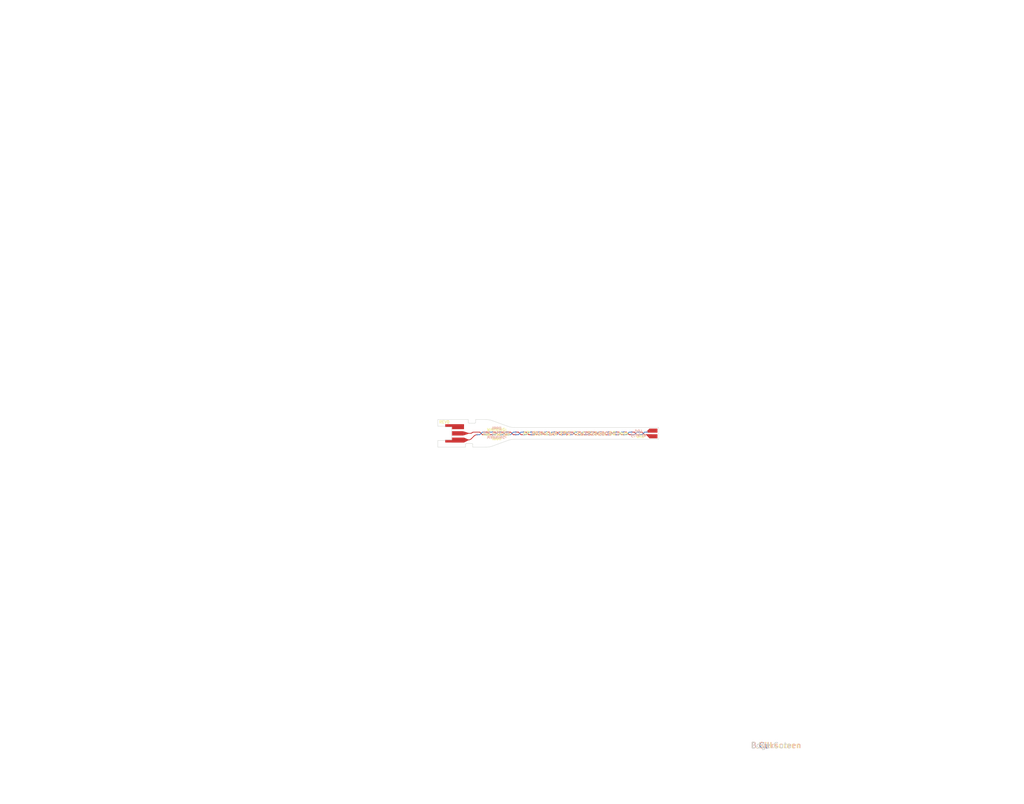
<source format=kicad_pcb>
(kicad_pcb (version 20240108) (generator "pcbnew") (generator_version "8.0")
  (title_block (title "Layout") (rev "0") (company "CREngineering"))
  (layers (0 "F.Cu" signal) (31 "B.Cu" signal) (34 "B.Paste" user) (35 "F.Paste" user) (36 "B.SilkS" user "B.Silkscreen") (37 "F.SilkS" user "F.Silkscreen") (38 "B.Mask" user) (39 "F.Mask" user) (44 "Edge.Cuts" user))
  (property "ADDRESS1" "Dorfstrasse 27A")
  (property "ADDRESS2" "Grabs 9472")
  (property "ADDRESS3" "Switzerland")
  (property "DRAWNBY" "Enrique Corpa")
  (property "DRAWNBY2" "Fabio Posser")
  (property "PROJECTID" "EP20240606-1")
  (property "PROJECTSTATUS" "Prototype")
  (property "PROJECTSTATUSDATE" "17.01.2025")
  (property "PROJECTTITLE" "AP Standard FPC Test Fixture 60 mm")
  (property "RELEASEBY" "")
  (property "RELEASEBY2" "")
  (property "RELEASEDATE" "")
  (property "REVIEWBY" "Fabio Posser")
  (property "REVIEWBY2" "")
  (property "REVIEWDATE" "")
  (property "VARIANTNAME" "Standard")
  (net 0 "")
  (net 1 "/SIGNAL")
  (net 2 "/GND")
  (footprint "EP_Prototypes:MOLEX-734150991" (layer "F.Cu") (at 130.81 100.25)
    (property "Reference" "J101" (hide yes))
    (property "Value" "734150991" (hide yes))
    (fp_line (start -0.01 -1.75) (end -1.81 -1.75) (stroke (width 0.1)) (layer "Edge.Cuts"))
    (fp_line (start -0.01 -1.75) (end -0.01 1.75) (stroke (width 0.1)) (layer "Edge.Cuts"))
    (fp_line (start -0.01 1.75) (end -1.81 1.75) (stroke (width 0.1)) (layer "Edge.Cuts"))
    (pad "1" smd rect (at 1.54 0) (size 3.1 1.16) (layers "F.Cu" "F.Paste" "F.Mask") (net 1 "/SIGNAL"))
    (pad "2" smd custom (at 1.645 -1.825) (size 3.31 1.35) (layers "F.Cu" "F.Paste" "F.Mask") (net 2 "/GND") (options (clearance outline) (anchor rect)) (primitives (gr_rect (start -3.455 -0.675) (end -1.645 0.085) (width 0) (fill yes))))
    (pad "2" smd custom (at 1.645 1.825) (size 3.31 1.35) (layers "F.Cu" "F.Paste" "F.Mask") (net 2 "/GND") (options (clearance outline) (anchor rect)) (primitives (gr_rect (start -3.455 -0.085) (end -1.645 0.665) (width 0) (fill yes))))
  )
  (gr_poly (pts (xy 134.11 102.75) (xy 135.35 102.1) (xy 135.35 101.95) (xy 134.11 101.4)) (fill solid) (layer "F.Cu") (net 2))
  (gr_poly (pts (xy 184.5 101.6) (xy 183.7 100.7) (xy 183.7 100.5) (xy 184.5 100.5)) (fill solid) (layer "F.Cu") (net 2))
  (gr_poly (pts (xy 184.5 98.95) (xy 183.7 99.8) (xy 183.7 100.05) (xy 184.5 100.05)) (fill solid) (layer "F.Cu") (net 1))
  (gr_rect (start 184.5 100.5) (end 186.7 101.6) (fill solid) (layer "F.Cu") (net 2))
  (gr_rect (start 184.5 98.95) (end 186.7 100.05) (fill solid) (layer "F.Cu") (net 1))
  (gr_poly (pts (xy 135.35 100.35) (xy 133.9 100.83) (xy 133.9 99.67) (xy 135.35 100.15)) (fill solid) (layer "F.Cu") (net 1))
  (gr_line (start 134.75 103) (end 136.25 103) (stroke (width 0.1)) (layer "Edge.Cuts"))
  (gr_line (start 137.25 96.5) (end 137.25 97.25) (stroke (width 0.1)) (layer "Edge.Cuts"))
  (gr_line (start 141.829283 96.802197) (end 146.070717 98.347804) (stroke (width 0.1)) (layer "Edge.Cuts"))
  (gr_arc (start 141.829283 103.697804) (mid 140.986561 103.923871) (end 140.117372 104) (stroke (width 0.1)) (layer "Edge.Cuts"))
  (gr_arc (start 146.070717 102.152197) (mid 146.913439 101.926131) (end 147.782628 101.85) (stroke (width 0.1)) (layer "Edge.Cuts"))
  (gr_line (start 134.5 104) (end 127 104) (stroke (width 0.1)) (layer "Edge.Cuts"))
  (gr_line (start 134.5 103.25) (end 134.5 104) (stroke (width 0.1)) (layer "Edge.Cuts"))
  (gr_line (start 147.782628 101.85) (end 187 101.85) (stroke (width 0.1)) (layer "Edge.Cuts"))
  (gr_line (start 135.5 97.5) (end 137 97.5) (stroke (width 0.1)) (layer "Edge.Cuts"))
  (gr_line (start 141.829283 103.697804) (end 146.070717 102.152197) (stroke (width 0.1)) (layer "Edge.Cuts"))
  (gr_line (start 136.5 104) (end 140.117372 104) (stroke (width 0.1)) (layer "Edge.Cuts"))
  (gr_line (start 128.8 102.2) (end 127 102.2) (stroke (width 0.1)) (layer "Edge.Cuts"))
  (gr_line (start 137.25 96.5) (end 140.117372 96.5) (stroke (width 0.1)) (layer "Edge.Cuts"))
  (gr_line (start 147.782628 98.65) (end 187 98.65) (stroke (width 0.1)) (layer "Edge.Cuts"))
  (gr_line (start 128.8 98.3) (end 127 98.3) (stroke (width 0.1)) (layer "Edge.Cuts"))
  (gr_arc (start 147.782628 98.65) (mid 146.913438 98.573872) (end 146.070717 98.347804) (stroke (width 0.1)) (layer "Edge.Cuts"))
  (gr_line (start 127 98.3) (end 127 96.5) (stroke (width 0.1)) (layer "Edge.Cuts"))
  (gr_line (start 127 102.2) (end 127 104) (stroke (width 0.1)) (layer "Edge.Cuts"))
  (gr_arc (start 134.5 103.25) (mid 134.573223 103.073223) (end 134.75 103) (stroke (width 0.1)) (layer "Edge.Cuts"))
  (gr_line (start 127 96.5) (end 135.25 96.5) (stroke (width 0.1)) (layer "Edge.Cuts"))
  (gr_arc (start 140.117372 96.5) (mid 140.986562 96.576128) (end 141.829283 96.802197) (stroke (width 0.1)) (layer "Edge.Cuts"))
  (gr_arc (start 136.25 103) (mid 136.426777 103.073223) (end 136.5 103.25) (stroke (width 0.1)) (layer "Edge.Cuts"))
  (gr_line (start 136.5 103.25) (end 136.5 104) (stroke (width 0.1)) (layer "Edge.Cuts"))
  (gr_line (start 129 98.5) (end 128.8 98.3) (stroke (width 0.1)) (layer "Edge.Cuts"))
  (gr_line (start 135.25 96.5) (end 135.25 97.25) (stroke (width 0.1)) (layer "Edge.Cuts"))
  (gr_arc (start 137.25 97.25) (mid 137.176777 97.426777) (end 137 97.5) (stroke (width 0.1)) (layer "Edge.Cuts"))
  (gr_line (start 187 98.65) (end 187 101.85) (stroke (width 0.1)) (layer "Edge.Cuts"))
  (gr_line (start 129 102) (end 128.8 102.2) (stroke (width 0.1)) (layer "Edge.Cuts"))
  (gr_arc (start 135.5 97.5) (mid 135.323223 97.426777) (end 135.25 97.25) (stroke (width 0.1)) (layer "Edge.Cuts"))
  (gr_text "${LAYER}" (at 212 186 0) (layer "F.Cu") (effects (font (size 1.5 1.5) (thickness 0.2)) (justify left bottom)))
  (gr_text "${LAYER}" (at 212 186 0) (layer "B.Cu") (effects (font (size 1.5 1.5) (thickness 0.2)) (justify left bottom)))
  (gr_text "Euler Precision ${PROJECTID}" (at 164.5 100.25 180) (layer "B.SilkS") (effects (font (size 1 1) (thickness 0.2) (bold yes)) (justify mirror)))
  (gr_text "${LAYER}" (at 212 186 0) (layer "B.SilkS") (effects (font (size 1.5 1.5) (thickness 0.2)) (justify left bottom)))
  (gr_text "${PROJECTTITLE}" (at 164.5 100.25 0) (layer "F.SilkS") (effects (font (size 1 1) (thickness 0.2) (bold yes))))
  (gr_text "GND" (at 180.85 101.5 0) (layer "F.SilkS") (effects (font (size 0.75 0.75) (thickness 0.16) (bold yes)) (justify left bottom)))
  (gr_text "REV${REVISION}" (at 127.25 97.6 0) (layer "F.SilkS") (effects (font (size 0.75 0.75) (thickness 0.16) (bold yes)) (justify left bottom)))
  (gr_text "${LAYER}" (at 212 186 0) (layer "F.SilkS") (effects (font (size 1.5 1.5) (thickness 0.2)) (justify left bottom)))
  (gr_text "${LAYER}" (at 212 186 0) (layer "Edge.Cuts") (effects (font (size 1.5 1.5) (thickness 0.2)) (justify left bottom)))
  (gr_text_box "Glue to DUT" (start 178.675 98.75) (end 184.425 101.85) (angle 180) (layer "B.SilkS") (effects (font (size 0.75 0.75) (thickness 0.16) (bold yes)) (justify top mirror)) (border no) (stroke (width 0.1)))
  (gr_text_box "WARNING:\nUse insertion tool!" (start 138.5 97.75) (end 147.5 102.25) (angle 180) (layer "B.SilkS") (effects (font (size 0.75 0.75) (thickness 0.16) (bold yes)) (justify top mirror)) (border no))
  (gr_text_box "WARNING:\nUse insertion tool!" (start 138.5 98.25) (end 147.5 102.75) (layer "F.SilkS") (effects (font (size 0.75 0.75) (thickness 0.16) (bold yes)) (justify top)) (border no))
  (segment (start 167.8 99.9) (end 168.5 100.6) (width 0.2) (layer "F.Cu") (net 1))
  (segment (start 138.4 99.9) (end 139.1 100.6) (width 0.2) (layer "F.Cu") (net 1))
  (segment (start 163.6 99.9) (end 164.3 100.6) (width 0.2) (layer "F.Cu") (net 1))
  (segment (start 146.1 99.9) (end 146.8 99.9) (width 0.2) (layer "F.Cu") (net 1))
  (segment (start 175.5 99.9) (end 176.2 99.9) (width 0.2) (layer "F.Cu") (net 1))
  (segment (start 168.5 100.6) (end 169.2 100.6) (width 0.2) (layer "F.Cu") (net 1))
  (segment (start 160.1 100.6) (end 160.8 100.6) (width 0.2) (layer "F.Cu") (net 1))
  (segment (start 159.4 99.9) (end 160.1 100.6) (width 0.2) (layer "F.Cu") (net 1))
  (segment (start 132.35 100.25) (end 135.922893 100.25) (width 0.2) (layer "F.Cu") (net 1))
  (segment (start 167.1 99.9) (end 167.8 99.9) (width 0.2) (layer "F.Cu") (net 1))
  (segment (start 146.8 99.9) (end 147.5 100.6) (width 0.2) (layer "F.Cu") (net 1))
  (segment (start 172.7 100.6) (end 173.4 100.6) (width 0.2) (layer "F.Cu") (net 1))
  (segment (start 142.6 99.9) (end 143.3 100.6) (width 0.2) (layer "F.Cu") (net 1))
  (segment (start 172 99.9) (end 172.7 100.6) (width 0.2) (layer "F.Cu") (net 1))
  (segment (start 155.2 99.9) (end 155.9 100.6) (width 0.2) (layer "F.Cu") (net 1))
  (segment (start 155.9 100.6) (end 156.6 100.6) (width 0.2) (layer "F.Cu") (net 1))
  (segment (start 141.9 99.9) (end 142.6 99.9) (width 0.2) (layer "F.Cu") (net 1))
  (segment (start 171.3 99.9) (end 172 99.9) (width 0.2) (layer "F.Cu") (net 1))
  (segment (start 143.3 100.6) (end 144 100.6) (width 0.2) (layer "F.Cu") (net 1))
  (segment (start 181.1 100.6) (end 181.8 100.6) (width 0.2) (layer "F.Cu") (net 1))
  (segment (start 176.2 99.9) (end 176.9 100.6) (width 0.2) (layer "F.Cu") (net 1))
  (segment (start 164.3 100.6) (end 165 100.6) (width 0.2) (layer "F.Cu") (net 1))
  (segment (start 162.9 99.9) (end 163.6 99.9) (width 0.2) (layer "F.Cu") (net 1))
  (segment (start 151.7 100.6) (end 152.4 100.6) (width 0.2) (layer "F.Cu") (net 1))
  (segment (start 136.276446 100.103554) (end 136.333553 100.046447) (width 0.2) (layer "F.Cu") (net 1))
  (segment (start 147.5 100.6) (end 148.2 100.6) (width 0.2) (layer "F.Cu") (net 1))
  (segment (start 139.1 100.6) (end 139.8 100.6) (width 0.2) (layer "F.Cu") (net 1))
  (segment (start 154.5 99.9) (end 155.2 99.9) (width 0.2) (layer "F.Cu") (net 1))
  (segment (start 138.398748 99.901252) (end 138.4 99.9) (width 0.2) (layer "F.Cu") (net 1))
  (segment (start 136.621445 99.901252) (end 138.398748 99.901252) (width 0.2) (layer "F.Cu") (net 1))
  (segment (start 151 99.9) (end 151.7 100.6) (width 0.2) (layer "F.Cu") (net 1))
  (segment (start 180.4 99.9) (end 181.1 100.6) (width 0.2) (layer "F.Cu") (net 1))
  (segment (start 158.7 99.9) (end 159.4 99.9) (width 0.2) (layer "F.Cu") (net 1))
  (segment (start 179.7 99.9) (end 180.4 99.9) (width 0.2) (layer "F.Cu") (net 1))
  (segment (start 150.3 99.9) (end 151 99.9) (width 0.2) (layer "F.Cu") (net 1))
  (segment (start 176.9 100.6) (end 177.6 100.6) (width 0.2) (layer "F.Cu") (net 1))
  (via (at 162.9 99.9) (size 0.4) (drill 0.2) (layers "F.Cu" "B.Cu") (net 1))
  (via (at 181.8 100.6) (size 0.4) (drill 0.2) (layers "F.Cu" "B.Cu") (net 1))
  (via (at 171.3 99.9) (size 0.4) (drill 0.2) (layers "F.Cu" "B.Cu") (net 1))
  (via (at 169.2 100.6) (size 0.4) (drill 0.2) (layers "F.Cu" "B.Cu") (net 1))
  (via (at 165 100.6) (size 0.4) (drill 0.2) (layers "F.Cu" "B.Cu") (net 1))
  (via (at 156.6 100.6) (size 0.4) (drill 0.2) (layers "F.Cu" "B.Cu") (net 1))
  (via (at 179.7 99.9) (size 0.4) (drill 0.2) (layers "F.Cu" "B.Cu") (net 1))
  (via (at 173.4 100.6) (size 0.4) (drill 0.2) (layers "F.Cu" "B.Cu") (net 1))
  (via (at 183.9 99.9) (size 0.4) (drill 0.2) (layers "F.Cu" "B.Cu") (net 1))
  (via (at 160.8 100.6) (size 0.4) (drill 0.2) (layers "F.Cu" "B.Cu") (net 1))
  (via (at 141.9 99.9) (size 0.4) (drill 0.2) (layers "F.Cu" "B.Cu") (net 1))
  (via (at 167.1 99.9) (size 0.4) (drill 0.2) (layers "F.Cu" "B.Cu") (net 1))
  (via (at 146.1 99.9) (size 0.4) (drill 0.2) (layers "F.Cu" "B.Cu") (net 1))
  (via (at 150.3 99.9) (size 0.4) (drill 0.2) (layers "F.Cu" "B.Cu") (net 1))
  (via (at 158.7 99.9) (size 0.4) (drill 0.2) (layers "F.Cu" "B.Cu") (net 1))
  (via (at 139.8 100.6) (size 0.4) (drill 0.2) (layers "F.Cu" "B.Cu") (net 1))
  (via (at 175.5 99.9) (size 0.4) (drill 0.2) (layers "F.Cu" "B.Cu") (net 1))
  (via (at 154.5 99.9) (size 0.4) (drill 0.2) (layers "F.Cu" "B.Cu") (net 1))
  (via (at 144 100.6) (size 0.4) (drill 0.2) (layers "F.Cu" "B.Cu") (net 1))
  (via (at 152.4 100.6) (size 0.4) (drill 0.2) (layers "F.Cu" "B.Cu") (net 1))
  (via (at 177.6 100.6) (size 0.4) (drill 0.2) (layers "F.Cu" "B.Cu") (net 1))
  (via (at 148.2 100.6) (size 0.4) (drill 0.2) (layers "F.Cu" "B.Cu") (net 1))
  (arc (start 135.922893 100.25) (mid 136.114234 100.21194) (end 136.276446 100.103554) (width 0.2) (layer "F.Cu") (net 1))
  (arc (start 136.333553 100.046447) (mid 136.465963 99.951566) (end 136.621445 99.901252) (width 0.2) (layer "F.Cu") (net 1))
  (segment (start 144 100.6) (end 144.7 100.6) (width 0.2) (layer "B.Cu") (net 1))
  (segment (start 165 100.6) (end 165.7 100.6) (width 0.2) (layer "B.Cu") (net 1))
  (segment (start 158 99.9) (end 158.7 99.9) (width 0.2) (layer "B.Cu") (net 1))
  (segment (start 169.9 100.6) (end 170.6 99.9) (width 0.2) (layer "B.Cu") (net 1))
  (segment (start 166.4 99.9) (end 167.1 99.9) (width 0.2) (layer "B.Cu") (net 1))
  (segment (start 178.3 100.6) (end 179 99.9) (width 0.2) (layer "B.Cu") (net 1))
  (segment (start 141.2 99.9) (end 141.9 99.9) (width 0.2) (layer "B.Cu") (net 1))
  (segment (start 139.8 100.6) (end 140.5 100.6) (width 0.2) (layer "B.Cu") (net 1))
  (segment (start 156.6 100.6) (end 157.3 100.6) (width 0.2) (layer "B.Cu") (net 1))
  (segment (start 145.4 99.9) (end 146.1 99.9) (width 0.2) (layer "B.Cu") (net 1))
  (segment (start 169.2 100.6) (end 169.9 100.6) (width 0.2) (layer "B.Cu") (net 1))
  (segment (start 152.4 100.6) (end 153.1 100.6) (width 0.2) (layer "B.Cu") (net 1))
  (segment (start 174.1 100.6) (end 174.8 99.9) (width 0.2) (layer "B.Cu") (net 1))
  (segment (start 148.9 100.6) (end 149.6 99.9) (width 0.2) (layer "B.Cu") (net 1))
  (segment (start 162.2 99.9) (end 162.9 99.9) (width 0.2) (layer "B.Cu") (net 1))
  (segment (start 177.6 100.6) (end 178.3 100.6) (width 0.2) (layer "B.Cu") (net 1))
  (segment (start 157.3 100.6) (end 158 99.9) (width 0.2) (layer "B.Cu") (net 1))
  (segment (start 153.1 100.6) (end 153.8 99.9) (width 0.2) (layer "B.Cu") (net 1))
  (segment (start 173.4 100.6) (end 174.1 100.6) (width 0.2) (layer "B.Cu") (net 1))
  (segment (start 153.8 99.9) (end 154.5 99.9) (width 0.2) (layer "B.Cu") (net 1))
  (segment (start 149.6 99.9) (end 150.3 99.9) (width 0.2) (layer "B.Cu") (net 1))
  (segment (start 170.6 99.9) (end 171.3 99.9) (width 0.2) (layer "B.Cu") (net 1))
  (segment (start 148.2 100.6) (end 148.9 100.6) (width 0.2) (layer "B.Cu") (net 1))
  (segment (start 174.8 99.9) (end 175.5 99.9) (width 0.2) (layer "B.Cu") (net 1))
  (segment (start 183.2 99.9) (end 183.9 99.9) (width 0.2) (layer "B.Cu") (net 1))
  (segment (start 181.8 100.6) (end 182.5 100.6) (width 0.2) (layer "B.Cu") (net 1))
  (segment (start 182.5 100.6) (end 183.2 99.9) (width 0.2) (layer "B.Cu") (net 1))
  (segment (start 161.5 100.6) (end 162.2 99.9) (width 0.2) (layer "B.Cu") (net 1))
  (segment (start 160.8 100.6) (end 161.5 100.6) (width 0.2) (layer "B.Cu") (net 1))
  (segment (start 179 99.9) (end 179.7 99.9) (width 0.2) (layer "B.Cu") (net 1))
  (segment (start 144.7 100.6) (end 145.4 99.9) (width 0.2) (layer "B.Cu") (net 1))
  (segment (start 140.5 100.6) (end 141.2 99.9) (width 0.2) (layer "B.Cu") (net 1))
  (segment (start 165.7 100.6) (end 166.4 99.9) (width 0.2) (layer "B.Cu") (net 1))
  (segment (start 153.1 99.9) (end 153.8 100.6) (width 0.2) (layer "F.Cu") (net 2))
  (segment (start 132.25 102.03) (end 133.32 102.03) (width 0.2) (layer "F.Cu") (net 2))
  (segment (start 178.3 99.9) (end 179 100.6) (width 0.2) (layer "F.Cu") (net 2))
  (segment (start 157.3 99.9) (end 158 100.6) (width 0.2) (layer "F.Cu") (net 2))
  (segment (start 162.2 100.6) (end 162.9 100.6) (width 0.2) (layer "F.Cu") (net 2))
  (segment (start 174.8 100.6) (end 175.5 100.6) (width 0.2) (layer "F.Cu") (net 2))
  (segment (start 174.1 99.9) (end 174.8 100.6) (width 0.2) (layer "F.Cu") (net 2))
  (segment (start 149.6 100.6) (end 150.3 100.6) (width 0.2) (layer "F.Cu") (net 2))
  (segment (start 148.2 99.9) (end 148.9 99.9) (width 0.2) (layer "F.Cu") (net 2))
  (segment (start 185.1 100.6) (end 183.2 100.6) (width 0.2) (layer "F.Cu") (net 2))
  (segment (start 169.2 99.9) (end 169.9 99.9) (width 0.2) (layer "F.Cu") (net 2))
  (segment (start 165.7 99.9) (end 166.4 100.6) (width 0.2) (layer "F.Cu") (net 2))
  (segment (start 145.4 100.6) (end 146.1 100.6) (width 0.2) (layer "F.Cu") (net 2))
  (segment (start 182.5 99.9) (end 181.8 99.9) (width 0.2) (layer "F.Cu") (net 2))
  (segment (start 139.8 99.9) (end 140.5 99.9) (width 0.2) (layer "F.Cu") (net 2))
  (segment (start 135.355786 102.03) (end 132.25 102.03) (width 0.2) (layer "F.Cu") (net 2))
  (segment (start 166.4 100.6) (end 167.1 100.6) (width 0.2) (layer "F.Cu") (net 2))
  (segment (start 173.4 99.9) (end 174.1 99.9) (width 0.2) (layer "F.Cu") (net 2))
  (segment (start 161.5 99.9) (end 162.2 100.6) (width 0.2) (layer "F.Cu") (net 2))
  (segment (start 141.2 100.6) (end 141.9 100.6) (width 0.2) (layer "F.Cu") (net 2))
  (segment (start 153.8 100.6) (end 154.5 100.6) (width 0.2) (layer "F.Cu") (net 2))
  (segment (start 148.9 99.9) (end 149.6 100.6) (width 0.2) (layer "F.Cu") (net 2))
  (segment (start 152.4 99.9) (end 153.1 99.9) (width 0.2) (layer "F.Cu") (net 2))
  (segment (start 160.8 99.9) (end 161.5 99.9) (width 0.2) (layer "F.Cu") (net 2))
  (segment (start 144 99.9) (end 144.7 99.9) (width 0.2) (layer "F.Cu") (net 2))
  (segment (start 144.7 99.9) (end 145.4 100.6) (width 0.2) (layer "F.Cu") (net 2))
  (segment (start 158 100.6) (end 158.7 100.6) (width 0.2) (layer "F.Cu") (net 2))
  (segment (start 136.857107 100.942893) (end 136.062893 101.737107) (width 0.2) (layer "F.Cu") (net 2))
  (segment (start 170.6 100.6) (end 171.3 100.6) (width 0.2) (layer "F.Cu") (net 2))
  (segment (start 169.9 99.9) (end 170.6 100.6) (width 0.2) (layer "F.Cu") (net 2))
  (segment (start 183.2 100.6) (end 182.5 99.9) (width 0.2) (layer "F.Cu") (net 2))
  (segment (start 179 100.6) (end 179.7 100.6) (width 0.2) (layer "F.Cu") (net 2))
  (segment (start 177.6 99.9) (end 178.3 99.9) (width 0.2) (layer "F.Cu") (net 2))
  (segment (start 165 99.9) (end 165.7 99.9) (width 0.2) (layer "F.Cu") (net 2))
  (segment (start 140.5 99.9) (end 141.2 100.6) (width 0.2) (layer "F.Cu") (net 2))
  (segment (start 156.6 99.9) (end 157.3 99.9) (width 0.2) (layer "F.Cu") (net 2))
  (via (at 137.7 100.6) (size 0.4) (drill 0.2) (layers "F.Cu" "B.Cu") (net 2))
  (via (at 179.7 100.6) (size 0.4) (drill 0.2) (layers "F.Cu" "B.Cu") (net 2))
  (via (at 177.6 99.9) (size 0.4) (drill 0.2) (layers "F.Cu" "B.Cu") (net 2))
  (via (at 181.8 99.9) (size 0.4) (drill 0.2) (layers "F.Cu" "B.Cu") (net 2))
  (via (at 152.4 99.9) (size 0.4) (drill 0.2) (layers "F.Cu" "B.Cu") (net 2))
  (via (at 158.7 100.6) (size 0.4) (drill 0.2) (layers "F.Cu" "B.Cu") (net 2))
  (via (at 173.4 99.9) (size 0.4) (drill 0.2) (layers "F.Cu" "B.Cu") (net 2))
  (via (at 150.3 100.6) (size 0.4) (drill 0.2) (layers "F.Cu" "B.Cu") (net 2))
  (via (at 165 99.9) (size 0.4) (drill 0.2) (layers "F.Cu" "B.Cu") (net 2))
  (via (at 156.6 99.9) (size 0.4) (drill 0.2) (layers "F.Cu" "B.Cu") (net 2))
  (via (at 175.5 100.6) (size 0.4) (drill 0.2) (layers "F.Cu" "B.Cu") (net 2))
  (via (at 141.9 100.6) (size 0.4) (drill 0.2) (layers "F.Cu" "B.Cu") (net 2))
  (via (at 162.9 100.6) (size 0.4) (drill 0.2) (layers "F.Cu" "B.Cu") (net 2))
  (via (at 148.2 99.9) (size 0.4) (drill 0.2) (layers "F.Cu" "B.Cu") (net 2))
  (via (at 167.1 100.6) (size 0.4) (drill 0.2) (layers "F.Cu" "B.Cu") (net 2))
  (via (at 154.5 100.6) (size 0.4) (drill 0.2) (layers "F.Cu" "B.Cu") (net 2))
  (via (at 144 99.9) (size 0.4) (drill 0.2) (layers "F.Cu" "B.Cu") (net 2))
  (via (at 146.1 100.6) (size 0.4) (drill 0.2) (layers "F.Cu" "B.Cu") (net 2))
  (via (at 139.8 99.9) (size 0.4) (drill 0.2) (layers "F.Cu" "B.Cu") (net 2))
  (via (at 160.8 99.9) (size 0.4) (drill 0.2) (layers "F.Cu" "B.Cu") (net 2))
  (via (at 169.2 99.9) (size 0.4) (drill 0.2) (layers "F.Cu" "B.Cu") (net 2))
  (via (at 171.3 100.6) (size 0.4) (drill 0.2) (layers "F.Cu" "B.Cu") (net 2))
  (arc (start 137.564214 100.65) (mid 137.18153 100.72612) (end 136.857107 100.942893) (width 0.2) (layer "F.Cu") (net 2))
  (arc (start 136.062893 101.737107) (mid 135.73847 101.95388) (end 135.355786 102.03) (width 0.2) (layer "F.Cu") (net 2))
  (segment (start 154.5 100.6) (end 155.2 100.6) (width 0.2) (layer "B.Cu") (net 2))
  (segment (start 147.5 99.9) (end 148.2 99.9) (width 0.2) (layer "B.Cu") (net 2))
  (segment (start 162.9 100.6) (end 163.6 100.6) (width 0.2) (layer "B.Cu") (net 2))
  (segment (start 146.8 100.6) (end 147.5 99.9) (width 0.2) (layer "B.Cu") (net 2))
  (segment (start 179.7 100.6) (end 180.4 100.6) (width 0.2) (layer "B.Cu") (net 2))
  (segment (start 164.3 99.9) (end 165 99.9) (width 0.2) (layer "B.Cu") (net 2))
  (segment (start 159.4 100.6) (end 160.1 99.9) (width 0.2) (layer "B.Cu") (net 2))
  (segment (start 171.3 100.6) (end 172 100.6) (width 0.2) (layer "B.Cu") (net 2))
  (segment (start 142.6 100.6) (end 143.3 99.9) (width 0.2) (layer "B.Cu") (net 2))
  (segment (start 155.9 99.9) (end 156.6 99.9) (width 0.2) (layer "B.Cu") (net 2))
  (segment (start 167.1 100.6) (end 167.8 100.6) (width 0.2) (layer "B.Cu") (net 2))
  (segment (start 143.3 99.9) (end 144 99.9) (width 0.2) (layer "B.Cu") (net 2))
  (segment (start 150.3 100.6) (end 151 100.6) (width 0.2) (layer "B.Cu") (net 2))
  (segment (start 158.7 100.6) (end 159.4 100.6) (width 0.2) (layer "B.Cu") (net 2))
  (segment (start 155.2 100.6) (end 155.9 99.9) (width 0.2) (layer "B.Cu") (net 2))
  (segment (start 176.2 100.6) (end 176.9 99.9) (width 0.2) (layer "B.Cu") (net 2))
  (segment (start 172.7 99.9) (end 173.4 99.9) (width 0.2) (layer "B.Cu") (net 2))
  (segment (start 167.8 100.6) (end 168.5 99.9) (width 0.2) (layer "B.Cu") (net 2))
  (segment (start 151 100.6) (end 151.7 99.9) (width 0.2) (layer "B.Cu") (net 2))
  (segment (start 141.9 100.6) (end 142.6 100.6) (width 0.2) (layer "B.Cu") (net 2))
  (segment (start 138.4 100.6) (end 139.1 99.9) (width 0.2) (layer "B.Cu") (net 2))
  (segment (start 168.5 99.9) (end 169.2 99.9) (width 0.2) (layer "B.Cu") (net 2))
  (segment (start 176.9 99.9) (end 177.6 99.9) (width 0.2) (layer "B.Cu") (net 2))
  (segment (start 160.1 99.9) (end 160.8 99.9) (width 0.2) (layer "B.Cu") (net 2))
  (segment (start 146.1 100.6) (end 146.8 100.6) (width 0.2) (layer "B.Cu") (net 2))
  (segment (start 151.7 99.9) (end 152.4 99.9) (width 0.2) (layer "B.Cu") (net 2))
  (segment (start 175.5 100.6) (end 176.2 100.6) (width 0.2) (layer "B.Cu") (net 2))
  (segment (start 163.6 100.6) (end 164.3 99.9) (width 0.2) (layer "B.Cu") (net 2))
  (segment (start 137.7 100.6) (end 138.4 100.6) (width 0.2) (layer "B.Cu") (net 2))
  (segment (start 139.1 99.9) (end 139.8 99.9) (width 0.2) (layer "B.Cu") (net 2))
  (segment (start 172 100.6) (end 172.7 99.9) (width 0.2) (layer "B.Cu") (net 2))
  (segment (start 181.1 99.9) (end 181.8 99.9) (width 0.2) (layer "B.Cu") (net 2))
  (segment (start 180.4 100.6) (end 181.1 99.9) (width 0.2) (layer "B.Cu") (net 2))
)
</source>
